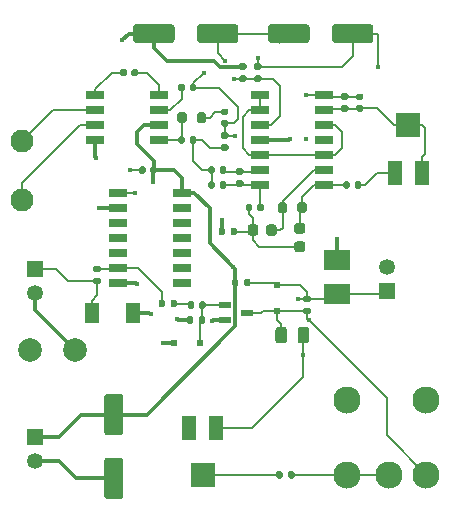
<source format=gbr>
%TF.GenerationSoftware,KiCad,Pcbnew,(5.1.8)-1*%
%TF.CreationDate,2021-02-07T14:07:47+00:00*%
%TF.ProjectId,Bat_Listner_JLCPCB,4261745f-4c69-4737-946e-65725f4a4c43,rev?*%
%TF.SameCoordinates,Original*%
%TF.FileFunction,Copper,L1,Top*%
%TF.FilePolarity,Positive*%
%FSLAX46Y46*%
G04 Gerber Fmt 4.6, Leading zero omitted, Abs format (unit mm)*
G04 Created by KiCad (PCBNEW (5.1.8)-1) date 2021-02-07 14:07:47*
%MOMM*%
%LPD*%
G01*
G04 APERTURE LIST*
%TA.AperFunction,SMDPad,CuDef*%
%ADD10R,1.525000X0.650000*%
%TD*%
%TA.AperFunction,SMDPad,CuDef*%
%ADD11R,2.300000X1.800000*%
%TD*%
%TA.AperFunction,SMDPad,CuDef*%
%ADD12R,1.300000X1.700000*%
%TD*%
%TA.AperFunction,SMDPad,CuDef*%
%ADD13R,0.500000X0.500000*%
%TD*%
%TA.AperFunction,SMDPad,CuDef*%
%ADD14R,1.000000X0.550000*%
%TD*%
%TA.AperFunction,ComponentPad*%
%ADD15C,2.000000*%
%TD*%
%TA.AperFunction,ComponentPad*%
%ADD16C,1.950000*%
%TD*%
%TA.AperFunction,ComponentPad*%
%ADD17C,1.350000*%
%TD*%
%TA.AperFunction,ComponentPad*%
%ADD18R,1.350000X1.350000*%
%TD*%
%TA.AperFunction,ComponentPad*%
%ADD19C,2.300000*%
%TD*%
%TA.AperFunction,SMDPad,CuDef*%
%ADD20R,1.300000X2.000000*%
%TD*%
%TA.AperFunction,SMDPad,CuDef*%
%ADD21R,2.000000X2.000000*%
%TD*%
%TA.AperFunction,ViaPad*%
%ADD22C,0.400000*%
%TD*%
%TA.AperFunction,Conductor*%
%ADD23C,0.150000*%
%TD*%
%TA.AperFunction,Conductor*%
%ADD24C,0.300000*%
%TD*%
G04 APERTURE END LIST*
D10*
%TO.P,AT1,8*%
%TO.N,Net-(AT1-Pad8)*%
X148127000Y-55245000D03*
%TO.P,AT1,7*%
%TO.N,Net-(AT1-Pad7)*%
X148127000Y-56515000D03*
%TO.P,AT1,6*%
%TO.N,+BATT*%
X148127000Y-57785000D03*
%TO.P,AT1,5*%
%TO.N,Net-(AT1-Pad5)*%
X148127000Y-59055000D03*
%TO.P,AT1,4*%
%TO.N,GND*%
X142703000Y-59055000D03*
%TO.P,AT1,3*%
%TO.N,Net-(AT1-Pad3)*%
X142703000Y-57785000D03*
%TO.P,AT1,2*%
%TO.N,Net-(AT1-Pad2)*%
X142703000Y-56515000D03*
%TO.P,AT1,1*%
%TO.N,Net-(AT1-Pad1)*%
X142703000Y-55245000D03*
%TD*%
%TO.P,C1,2*%
%TO.N,Net-(AT1-Pad1)*%
%TA.AperFunction,SMDPad,CuDef*%
G36*
G01*
X145370000Y-53170000D02*
X145370000Y-53510000D01*
G75*
G02*
X145230000Y-53650000I-140000J0D01*
G01*
X144950000Y-53650000D01*
G75*
G02*
X144810000Y-53510000I0J140000D01*
G01*
X144810000Y-53170000D01*
G75*
G02*
X144950000Y-53030000I140000J0D01*
G01*
X145230000Y-53030000D01*
G75*
G02*
X145370000Y-53170000I0J-140000D01*
G01*
G37*
%TD.AperFunction*%
%TO.P,C1,1*%
%TO.N,Net-(AT1-Pad8)*%
%TA.AperFunction,SMDPad,CuDef*%
G36*
G01*
X146330000Y-53170000D02*
X146330000Y-53510000D01*
G75*
G02*
X146190000Y-53650000I-140000J0D01*
G01*
X145910000Y-53650000D01*
G75*
G02*
X145770000Y-53510000I0J140000D01*
G01*
X145770000Y-53170000D01*
G75*
G02*
X145910000Y-53030000I140000J0D01*
G01*
X146190000Y-53030000D01*
G75*
G02*
X146330000Y-53170000I0J-140000D01*
G01*
G37*
%TD.AperFunction*%
%TD*%
%TO.P,C2,1*%
%TO.N,Net-(AT1-Pad7)*%
%TA.AperFunction,SMDPad,CuDef*%
G36*
G01*
X149735000Y-54780000D02*
X149735000Y-54440000D01*
G75*
G02*
X149875000Y-54300000I140000J0D01*
G01*
X150155000Y-54300000D01*
G75*
G02*
X150295000Y-54440000I0J-140000D01*
G01*
X150295000Y-54780000D01*
G75*
G02*
X150155000Y-54920000I-140000J0D01*
G01*
X149875000Y-54920000D01*
G75*
G02*
X149735000Y-54780000I0J140000D01*
G01*
G37*
%TD.AperFunction*%
%TO.P,C2,2*%
%TO.N,GND*%
%TA.AperFunction,SMDPad,CuDef*%
G36*
G01*
X150695000Y-54780000D02*
X150695000Y-54440000D01*
G75*
G02*
X150835000Y-54300000I140000J0D01*
G01*
X151115000Y-54300000D01*
G75*
G02*
X151255000Y-54440000I0J-140000D01*
G01*
X151255000Y-54780000D01*
G75*
G02*
X151115000Y-54920000I-140000J0D01*
G01*
X150835000Y-54920000D01*
G75*
G02*
X150695000Y-54780000I0J140000D01*
G01*
G37*
%TD.AperFunction*%
%TD*%
%TO.P,C3,2*%
%TO.N,GND*%
%TA.AperFunction,SMDPad,CuDef*%
G36*
G01*
X153500000Y-57350000D02*
X153840000Y-57350000D01*
G75*
G02*
X153980000Y-57490000I0J-140000D01*
G01*
X153980000Y-57770000D01*
G75*
G02*
X153840000Y-57910000I-140000J0D01*
G01*
X153500000Y-57910000D01*
G75*
G02*
X153360000Y-57770000I0J140000D01*
G01*
X153360000Y-57490000D01*
G75*
G02*
X153500000Y-57350000I140000J0D01*
G01*
G37*
%TD.AperFunction*%
%TO.P,C3,1*%
%TO.N,Net-(C3-Pad1)*%
%TA.AperFunction,SMDPad,CuDef*%
G36*
G01*
X153500000Y-56390000D02*
X153840000Y-56390000D01*
G75*
G02*
X153980000Y-56530000I0J-140000D01*
G01*
X153980000Y-56810000D01*
G75*
G02*
X153840000Y-56950000I-140000J0D01*
G01*
X153500000Y-56950000D01*
G75*
G02*
X153360000Y-56810000I0J140000D01*
G01*
X153360000Y-56530000D01*
G75*
G02*
X153500000Y-56390000I140000J0D01*
G01*
G37*
%TD.AperFunction*%
%TD*%
%TO.P,C5,1*%
%TO.N,+BATT*%
%TA.AperFunction,SMDPad,CuDef*%
G36*
G01*
X147925000Y-61425000D02*
X147925000Y-61765000D01*
G75*
G02*
X147785000Y-61905000I-140000J0D01*
G01*
X147505000Y-61905000D01*
G75*
G02*
X147365000Y-61765000I0J140000D01*
G01*
X147365000Y-61425000D01*
G75*
G02*
X147505000Y-61285000I140000J0D01*
G01*
X147785000Y-61285000D01*
G75*
G02*
X147925000Y-61425000I0J-140000D01*
G01*
G37*
%TD.AperFunction*%
%TO.P,C5,2*%
%TO.N,GND*%
%TA.AperFunction,SMDPad,CuDef*%
G36*
G01*
X146965000Y-61425000D02*
X146965000Y-61765000D01*
G75*
G02*
X146825000Y-61905000I-140000J0D01*
G01*
X146545000Y-61905000D01*
G75*
G02*
X146405000Y-61765000I0J140000D01*
G01*
X146405000Y-61425000D01*
G75*
G02*
X146545000Y-61285000I140000J0D01*
G01*
X146825000Y-61285000D01*
G75*
G02*
X146965000Y-61425000I0J-140000D01*
G01*
G37*
%TD.AperFunction*%
%TD*%
%TO.P,C6,1*%
%TO.N,Net-(AT1-Pad5)*%
%TA.AperFunction,SMDPad,CuDef*%
G36*
G01*
X149735000Y-59225000D02*
X149735000Y-58885000D01*
G75*
G02*
X149875000Y-58745000I140000J0D01*
G01*
X150155000Y-58745000D01*
G75*
G02*
X150295000Y-58885000I0J-140000D01*
G01*
X150295000Y-59225000D01*
G75*
G02*
X150155000Y-59365000I-140000J0D01*
G01*
X149875000Y-59365000D01*
G75*
G02*
X149735000Y-59225000I0J140000D01*
G01*
G37*
%TD.AperFunction*%
%TO.P,C6,2*%
%TO.N,Net-(C6-Pad2)*%
%TA.AperFunction,SMDPad,CuDef*%
G36*
G01*
X150695000Y-59225000D02*
X150695000Y-58885000D01*
G75*
G02*
X150835000Y-58745000I140000J0D01*
G01*
X151115000Y-58745000D01*
G75*
G02*
X151255000Y-58885000I0J-140000D01*
G01*
X151255000Y-59225000D01*
G75*
G02*
X151115000Y-59365000I-140000J0D01*
G01*
X150835000Y-59365000D01*
G75*
G02*
X150695000Y-59225000I0J140000D01*
G01*
G37*
%TD.AperFunction*%
%TD*%
%TO.P,C7,2*%
%TO.N,Net-(C7-Pad2)*%
%TA.AperFunction,SMDPad,CuDef*%
G36*
G01*
X151485000Y-73195000D02*
X151485000Y-72855000D01*
G75*
G02*
X151625000Y-72715000I140000J0D01*
G01*
X151905000Y-72715000D01*
G75*
G02*
X152045000Y-72855000I0J-140000D01*
G01*
X152045000Y-73195000D01*
G75*
G02*
X151905000Y-73335000I-140000J0D01*
G01*
X151625000Y-73335000D01*
G75*
G02*
X151485000Y-73195000I0J140000D01*
G01*
G37*
%TD.AperFunction*%
%TO.P,C7,1*%
%TO.N,Net-(C7-Pad1)*%
%TA.AperFunction,SMDPad,CuDef*%
G36*
G01*
X150525000Y-73195000D02*
X150525000Y-72855000D01*
G75*
G02*
X150665000Y-72715000I140000J0D01*
G01*
X150945000Y-72715000D01*
G75*
G02*
X151085000Y-72855000I0J-140000D01*
G01*
X151085000Y-73195000D01*
G75*
G02*
X150945000Y-73335000I-140000J0D01*
G01*
X150665000Y-73335000D01*
G75*
G02*
X150525000Y-73195000I0J140000D01*
G01*
G37*
%TD.AperFunction*%
%TD*%
%TO.P,C8,2*%
%TO.N,Net-(C6-Pad2)*%
%TA.AperFunction,SMDPad,CuDef*%
G36*
G01*
X152835000Y-61425000D02*
X152835000Y-61765000D01*
G75*
G02*
X152695000Y-61905000I-140000J0D01*
G01*
X152415000Y-61905000D01*
G75*
G02*
X152275000Y-61765000I0J140000D01*
G01*
X152275000Y-61425000D01*
G75*
G02*
X152415000Y-61285000I140000J0D01*
G01*
X152695000Y-61285000D01*
G75*
G02*
X152835000Y-61425000I0J-140000D01*
G01*
G37*
%TD.AperFunction*%
%TO.P,C8,1*%
%TO.N,6*%
%TA.AperFunction,SMDPad,CuDef*%
G36*
G01*
X153795000Y-61425000D02*
X153795000Y-61765000D01*
G75*
G02*
X153655000Y-61905000I-140000J0D01*
G01*
X153375000Y-61905000D01*
G75*
G02*
X153235000Y-61765000I0J140000D01*
G01*
X153235000Y-61425000D01*
G75*
G02*
X153375000Y-61285000I140000J0D01*
G01*
X153655000Y-61285000D01*
G75*
G02*
X153795000Y-61425000I0J-140000D01*
G01*
G37*
%TD.AperFunction*%
%TD*%
%TO.P,C9,1*%
%TO.N,Net-(C6-Pad2)*%
%TA.AperFunction,SMDPad,CuDef*%
G36*
G01*
X152275000Y-63035000D02*
X152275000Y-62695000D01*
G75*
G02*
X152415000Y-62555000I140000J0D01*
G01*
X152695000Y-62555000D01*
G75*
G02*
X152835000Y-62695000I0J-140000D01*
G01*
X152835000Y-63035000D01*
G75*
G02*
X152695000Y-63175000I-140000J0D01*
G01*
X152415000Y-63175000D01*
G75*
G02*
X152275000Y-63035000I0J140000D01*
G01*
G37*
%TD.AperFunction*%
%TO.P,C9,2*%
%TO.N,7*%
%TA.AperFunction,SMDPad,CuDef*%
G36*
G01*
X153235000Y-63035000D02*
X153235000Y-62695000D01*
G75*
G02*
X153375000Y-62555000I140000J0D01*
G01*
X153655000Y-62555000D01*
G75*
G02*
X153795000Y-62695000I0J-140000D01*
G01*
X153795000Y-63035000D01*
G75*
G02*
X153655000Y-63175000I-140000J0D01*
G01*
X153375000Y-63175000D01*
G75*
G02*
X153235000Y-63035000I0J140000D01*
G01*
G37*
%TD.AperFunction*%
%TD*%
%TO.P,C10,2*%
%TO.N,Net-(C10-Pad2)*%
%TA.AperFunction,SMDPad,CuDef*%
G36*
G01*
X156010000Y-64600000D02*
X156010000Y-64940000D01*
G75*
G02*
X155870000Y-65080000I-140000J0D01*
G01*
X155590000Y-65080000D01*
G75*
G02*
X155450000Y-64940000I0J140000D01*
G01*
X155450000Y-64600000D01*
G75*
G02*
X155590000Y-64460000I140000J0D01*
G01*
X155870000Y-64460000D01*
G75*
G02*
X156010000Y-64600000I0J-140000D01*
G01*
G37*
%TD.AperFunction*%
%TO.P,C10,1*%
%TO.N,7*%
%TA.AperFunction,SMDPad,CuDef*%
G36*
G01*
X156970000Y-64600000D02*
X156970000Y-64940000D01*
G75*
G02*
X156830000Y-65080000I-140000J0D01*
G01*
X156550000Y-65080000D01*
G75*
G02*
X156410000Y-64940000I0J140000D01*
G01*
X156410000Y-64600000D01*
G75*
G02*
X156550000Y-64460000I140000J0D01*
G01*
X156830000Y-64460000D01*
G75*
G02*
X156970000Y-64600000I0J-140000D01*
G01*
G37*
%TD.AperFunction*%
%TD*%
%TO.P,C11,1*%
%TO.N,Net-(C10-Pad2)*%
%TA.AperFunction,SMDPad,CuDef*%
G36*
G01*
X155620000Y-66925000D02*
X155620000Y-66425000D01*
G75*
G02*
X155845000Y-66200000I225000J0D01*
G01*
X156295000Y-66200000D01*
G75*
G02*
X156520000Y-66425000I0J-225000D01*
G01*
X156520000Y-66925000D01*
G75*
G02*
X156295000Y-67150000I-225000J0D01*
G01*
X155845000Y-67150000D01*
G75*
G02*
X155620000Y-66925000I0J225000D01*
G01*
G37*
%TD.AperFunction*%
%TO.P,C11,2*%
%TO.N,9*%
%TA.AperFunction,SMDPad,CuDef*%
G36*
G01*
X157170000Y-66925000D02*
X157170000Y-66425000D01*
G75*
G02*
X157395000Y-66200000I225000J0D01*
G01*
X157845000Y-66200000D01*
G75*
G02*
X158070000Y-66425000I0J-225000D01*
G01*
X158070000Y-66925000D01*
G75*
G02*
X157845000Y-67150000I-225000J0D01*
G01*
X157395000Y-67150000D01*
G75*
G02*
X157170000Y-66925000I0J225000D01*
G01*
G37*
%TD.AperFunction*%
%TD*%
%TO.P,C12,2*%
%TO.N,8*%
%TA.AperFunction,SMDPad,CuDef*%
G36*
G01*
X160270000Y-66985000D02*
X159770000Y-66985000D01*
G75*
G02*
X159545000Y-66760000I0J225000D01*
G01*
X159545000Y-66310000D01*
G75*
G02*
X159770000Y-66085000I225000J0D01*
G01*
X160270000Y-66085000D01*
G75*
G02*
X160495000Y-66310000I0J-225000D01*
G01*
X160495000Y-66760000D01*
G75*
G02*
X160270000Y-66985000I-225000J0D01*
G01*
G37*
%TD.AperFunction*%
%TO.P,C12,1*%
%TO.N,Net-(C10-Pad2)*%
%TA.AperFunction,SMDPad,CuDef*%
G36*
G01*
X160270000Y-68535000D02*
X159770000Y-68535000D01*
G75*
G02*
X159545000Y-68310000I0J225000D01*
G01*
X159545000Y-67860000D01*
G75*
G02*
X159770000Y-67635000I225000J0D01*
G01*
X160270000Y-67635000D01*
G75*
G02*
X160495000Y-67860000I0J-225000D01*
G01*
X160495000Y-68310000D01*
G75*
G02*
X160270000Y-68535000I-225000J0D01*
G01*
G37*
%TD.AperFunction*%
%TD*%
%TO.P,C13,2*%
%TO.N,Net-(C13-Pad2)*%
%TA.AperFunction,SMDPad,CuDef*%
G36*
G01*
X164665000Y-63035000D02*
X164665000Y-62695000D01*
G75*
G02*
X164805000Y-62555000I140000J0D01*
G01*
X165085000Y-62555000D01*
G75*
G02*
X165225000Y-62695000I0J-140000D01*
G01*
X165225000Y-63035000D01*
G75*
G02*
X165085000Y-63175000I-140000J0D01*
G01*
X164805000Y-63175000D01*
G75*
G02*
X164665000Y-63035000I0J140000D01*
G01*
G37*
%TD.AperFunction*%
%TO.P,C13,1*%
%TO.N,8*%
%TA.AperFunction,SMDPad,CuDef*%
G36*
G01*
X163705000Y-63035000D02*
X163705000Y-62695000D01*
G75*
G02*
X163845000Y-62555000I140000J0D01*
G01*
X164125000Y-62555000D01*
G75*
G02*
X164265000Y-62695000I0J-140000D01*
G01*
X164265000Y-63035000D01*
G75*
G02*
X164125000Y-63175000I-140000J0D01*
G01*
X163845000Y-63175000D01*
G75*
G02*
X163705000Y-63035000I0J140000D01*
G01*
G37*
%TD.AperFunction*%
%TD*%
D11*
%TO.P,C14,1*%
%TO.N,Net-(C14-Pad1)*%
X163195000Y-72115000D03*
%TO.P,C14,2*%
%TO.N,GND*%
X163195000Y-69215000D03*
%TD*%
%TO.P,C15,1*%
%TO.N,13*%
%TA.AperFunction,SMDPad,CuDef*%
G36*
G01*
X165270000Y-56640000D02*
X164930000Y-56640000D01*
G75*
G02*
X164790000Y-56500000I0J140000D01*
G01*
X164790000Y-56220000D01*
G75*
G02*
X164930000Y-56080000I140000J0D01*
G01*
X165270000Y-56080000D01*
G75*
G02*
X165410000Y-56220000I0J-140000D01*
G01*
X165410000Y-56500000D01*
G75*
G02*
X165270000Y-56640000I-140000J0D01*
G01*
G37*
%TD.AperFunction*%
%TO.P,C15,2*%
%TO.N,14*%
%TA.AperFunction,SMDPad,CuDef*%
G36*
G01*
X165270000Y-55680000D02*
X164930000Y-55680000D01*
G75*
G02*
X164790000Y-55540000I0J140000D01*
G01*
X164790000Y-55260000D01*
G75*
G02*
X164930000Y-55120000I140000J0D01*
G01*
X165270000Y-55120000D01*
G75*
G02*
X165410000Y-55260000I0J-140000D01*
G01*
X165410000Y-55540000D01*
G75*
G02*
X165270000Y-55680000I-140000J0D01*
G01*
G37*
%TD.AperFunction*%
%TD*%
D12*
%TO.P,D1,1*%
%TO.N,Net-(D1-Pad1)*%
X142395000Y-73660000D03*
%TO.P,D1,2*%
%TO.N,GND*%
X145895000Y-73660000D03*
%TD*%
D13*
%TO.P,D2,1*%
%TO.N,Net-(C7-Pad2)*%
X151595000Y-76200000D03*
%TO.P,D2,2*%
%TO.N,GND*%
X149395000Y-76200000D03*
%TD*%
%TO.P,D3,2*%
%TO.N,Net-(D3-Pad2)*%
X158115000Y-73490000D03*
%TO.P,D3,1*%
%TO.N,Net-(C14-Pad1)*%
X158115000Y-71290000D03*
%TD*%
%TO.P,D4,1*%
%TO.N,Net-(D3-Pad2)*%
%TA.AperFunction,SMDPad,CuDef*%
G36*
G01*
X157960000Y-76021250D02*
X157960000Y-75108750D01*
G75*
G02*
X158203750Y-74865000I243750J0D01*
G01*
X158691250Y-74865000D01*
G75*
G02*
X158935000Y-75108750I0J-243750D01*
G01*
X158935000Y-76021250D01*
G75*
G02*
X158691250Y-76265000I-243750J0D01*
G01*
X158203750Y-76265000D01*
G75*
G02*
X157960000Y-76021250I0J243750D01*
G01*
G37*
%TD.AperFunction*%
%TO.P,D4,2*%
%TO.N,Net-(C14-Pad1)*%
%TA.AperFunction,SMDPad,CuDef*%
G36*
G01*
X159835000Y-76021250D02*
X159835000Y-75108750D01*
G75*
G02*
X160078750Y-74865000I243750J0D01*
G01*
X160566250Y-74865000D01*
G75*
G02*
X160810000Y-75108750I0J-243750D01*
G01*
X160810000Y-76021250D01*
G75*
G02*
X160566250Y-76265000I-243750J0D01*
G01*
X160078750Y-76265000D01*
G75*
G02*
X159835000Y-76021250I0J243750D01*
G01*
G37*
%TD.AperFunction*%
%TD*%
D10*
%TO.P,IC1,1*%
%TO.N,14*%
X144608000Y-63500000D03*
%TO.P,IC1,2*%
%TO.N,GND*%
X144608000Y-64770000D03*
%TO.P,IC1,3*%
%TO.N,N/C*%
X144608000Y-66040000D03*
%TO.P,IC1,4*%
X144608000Y-67310000D03*
%TO.P,IC1,5*%
X144608000Y-68580000D03*
%TO.P,IC1,6*%
%TO.N,Net-(IC1-Pad6)*%
X144608000Y-69850000D03*
%TO.P,IC1,7*%
%TO.N,GND*%
X144608000Y-71120000D03*
%TO.P,IC1,8*%
%TO.N,N/C*%
X150032000Y-71120000D03*
%TO.P,IC1,9*%
X150032000Y-69850000D03*
%TO.P,IC1,10*%
X150032000Y-68580000D03*
%TO.P,IC1,11*%
X150032000Y-67310000D03*
%TO.P,IC1,12*%
X150032000Y-66040000D03*
%TO.P,IC1,13*%
X150032000Y-64770000D03*
%TO.P,IC1,14*%
%TO.N,+BATT*%
X150032000Y-63500000D03*
%TD*%
%TO.P,IC2,14*%
%TO.N,14*%
X162097000Y-55245000D03*
%TO.P,IC2,13*%
%TO.N,13*%
X162097000Y-56515000D03*
%TO.P,IC2,12*%
%TO.N,1*%
X162097000Y-57785000D03*
%TO.P,IC2,11*%
%TO.N,N/C*%
X162097000Y-59055000D03*
%TO.P,IC2,10*%
%TO.N,1*%
X162097000Y-60325000D03*
%TO.P,IC2,9*%
%TO.N,9*%
X162097000Y-61595000D03*
%TO.P,IC2,8*%
%TO.N,8*%
X162097000Y-62865000D03*
%TO.P,IC2,7*%
%TO.N,7*%
X156673000Y-62865000D03*
%TO.P,IC2,6*%
%TO.N,6*%
X156673000Y-61595000D03*
%TO.P,IC2,5*%
%TO.N,1*%
X156673000Y-60325000D03*
%TO.P,IC2,4*%
%TO.N,+BATT*%
X156673000Y-59055000D03*
%TO.P,IC2,3*%
%TO.N,3*%
X156673000Y-57785000D03*
%TO.P,IC2,2*%
%TO.N,1*%
X156673000Y-56515000D03*
%TO.P,IC2,1*%
X156673000Y-55245000D03*
%TD*%
D14*
%TO.P,Q1,1*%
%TO.N,Net-(C7-Pad2)*%
X153675000Y-73010000D03*
%TO.P,Q1,2*%
%TO.N,GND*%
X153675000Y-74310000D03*
%TO.P,Q1,3*%
%TO.N,Net-(D3-Pad2)*%
X155575000Y-73660000D03*
%TD*%
%TO.P,R1,1*%
%TO.N,Net-(IC1-Pad6)*%
%TA.AperFunction,SMDPad,CuDef*%
G36*
G01*
X142690000Y-69705000D02*
X143060000Y-69705000D01*
G75*
G02*
X143195000Y-69840000I0J-135000D01*
G01*
X143195000Y-70110000D01*
G75*
G02*
X143060000Y-70245000I-135000J0D01*
G01*
X142690000Y-70245000D01*
G75*
G02*
X142555000Y-70110000I0J135000D01*
G01*
X142555000Y-69840000D01*
G75*
G02*
X142690000Y-69705000I135000J0D01*
G01*
G37*
%TD.AperFunction*%
%TO.P,R1,2*%
%TO.N,Net-(D1-Pad1)*%
%TA.AperFunction,SMDPad,CuDef*%
G36*
G01*
X142690000Y-70725000D02*
X143060000Y-70725000D01*
G75*
G02*
X143195000Y-70860000I0J-135000D01*
G01*
X143195000Y-71130000D01*
G75*
G02*
X143060000Y-71265000I-135000J0D01*
G01*
X142690000Y-71265000D01*
G75*
G02*
X142555000Y-71130000I0J135000D01*
G01*
X142555000Y-70860000D01*
G75*
G02*
X142690000Y-70725000I135000J0D01*
G01*
G37*
%TD.AperFunction*%
%TD*%
%TO.P,R2,1*%
%TO.N,Net-(AT1-Pad5)*%
%TA.AperFunction,SMDPad,CuDef*%
G36*
G01*
X149651000Y-57425000D02*
X149651000Y-56875000D01*
G75*
G02*
X149851000Y-56675000I200000J0D01*
G01*
X150251000Y-56675000D01*
G75*
G02*
X150451000Y-56875000I0J-200000D01*
G01*
X150451000Y-57425000D01*
G75*
G02*
X150251000Y-57625000I-200000J0D01*
G01*
X149851000Y-57625000D01*
G75*
G02*
X149651000Y-57425000I0J200000D01*
G01*
G37*
%TD.AperFunction*%
%TO.P,R2,2*%
%TO.N,Net-(C3-Pad1)*%
%TA.AperFunction,SMDPad,CuDef*%
G36*
G01*
X151301000Y-57425000D02*
X151301000Y-56875000D01*
G75*
G02*
X151501000Y-56675000I200000J0D01*
G01*
X151901000Y-56675000D01*
G75*
G02*
X152101000Y-56875000I0J-200000D01*
G01*
X152101000Y-57425000D01*
G75*
G02*
X151901000Y-57625000I-200000J0D01*
G01*
X151501000Y-57625000D01*
G75*
G02*
X151301000Y-57425000I0J200000D01*
G01*
G37*
%TD.AperFunction*%
%TD*%
%TO.P,R3,2*%
%TO.N,Net-(C7-Pad1)*%
%TA.AperFunction,SMDPad,CuDef*%
G36*
G01*
X149084000Y-73083000D02*
X149084000Y-72713000D01*
G75*
G02*
X149219000Y-72578000I135000J0D01*
G01*
X149489000Y-72578000D01*
G75*
G02*
X149624000Y-72713000I0J-135000D01*
G01*
X149624000Y-73083000D01*
G75*
G02*
X149489000Y-73218000I-135000J0D01*
G01*
X149219000Y-73218000D01*
G75*
G02*
X149084000Y-73083000I0J135000D01*
G01*
G37*
%TD.AperFunction*%
%TO.P,R3,1*%
%TO.N,Net-(IC1-Pad6)*%
%TA.AperFunction,SMDPad,CuDef*%
G36*
G01*
X148064000Y-73083000D02*
X148064000Y-72713000D01*
G75*
G02*
X148199000Y-72578000I135000J0D01*
G01*
X148469000Y-72578000D01*
G75*
G02*
X148604000Y-72713000I0J-135000D01*
G01*
X148604000Y-73083000D01*
G75*
G02*
X148469000Y-73218000I-135000J0D01*
G01*
X148199000Y-73218000D01*
G75*
G02*
X148064000Y-73083000I0J135000D01*
G01*
G37*
%TD.AperFunction*%
%TD*%
%TO.P,R4,2*%
%TO.N,GND*%
%TA.AperFunction,SMDPad,CuDef*%
G36*
G01*
X153855000Y-58940000D02*
X153485000Y-58940000D01*
G75*
G02*
X153350000Y-58805000I0J135000D01*
G01*
X153350000Y-58535000D01*
G75*
G02*
X153485000Y-58400000I135000J0D01*
G01*
X153855000Y-58400000D01*
G75*
G02*
X153990000Y-58535000I0J-135000D01*
G01*
X153990000Y-58805000D01*
G75*
G02*
X153855000Y-58940000I-135000J0D01*
G01*
G37*
%TD.AperFunction*%
%TO.P,R4,1*%
%TO.N,Net-(C6-Pad2)*%
%TA.AperFunction,SMDPad,CuDef*%
G36*
G01*
X153855000Y-59960000D02*
X153485000Y-59960000D01*
G75*
G02*
X153350000Y-59825000I0J135000D01*
G01*
X153350000Y-59555000D01*
G75*
G02*
X153485000Y-59420000I135000J0D01*
G01*
X153855000Y-59420000D01*
G75*
G02*
X153990000Y-59555000I0J-135000D01*
G01*
X153990000Y-59825000D01*
G75*
G02*
X153855000Y-59960000I-135000J0D01*
G01*
G37*
%TD.AperFunction*%
%TD*%
%TO.P,R5,2*%
%TO.N,GND*%
%TA.AperFunction,SMDPad,CuDef*%
G36*
G01*
X151015000Y-74110000D02*
X151015000Y-74480000D01*
G75*
G02*
X150880000Y-74615000I-135000J0D01*
G01*
X150610000Y-74615000D01*
G75*
G02*
X150475000Y-74480000I0J135000D01*
G01*
X150475000Y-74110000D01*
G75*
G02*
X150610000Y-73975000I135000J0D01*
G01*
X150880000Y-73975000D01*
G75*
G02*
X151015000Y-74110000I0J-135000D01*
G01*
G37*
%TD.AperFunction*%
%TO.P,R5,1*%
%TO.N,Net-(C7-Pad2)*%
%TA.AperFunction,SMDPad,CuDef*%
G36*
G01*
X152035000Y-74110000D02*
X152035000Y-74480000D01*
G75*
G02*
X151900000Y-74615000I-135000J0D01*
G01*
X151630000Y-74615000D01*
G75*
G02*
X151495000Y-74480000I0J135000D01*
G01*
X151495000Y-74110000D01*
G75*
G02*
X151630000Y-73975000I135000J0D01*
G01*
X151900000Y-73975000D01*
G75*
G02*
X152035000Y-74110000I0J-135000D01*
G01*
G37*
%TD.AperFunction*%
%TD*%
%TO.P,R6,1*%
%TO.N,7*%
%TA.AperFunction,SMDPad,CuDef*%
G36*
G01*
X155125000Y-63010000D02*
X154755000Y-63010000D01*
G75*
G02*
X154620000Y-62875000I0J135000D01*
G01*
X154620000Y-62605000D01*
G75*
G02*
X154755000Y-62470000I135000J0D01*
G01*
X155125000Y-62470000D01*
G75*
G02*
X155260000Y-62605000I0J-135000D01*
G01*
X155260000Y-62875000D01*
G75*
G02*
X155125000Y-63010000I-135000J0D01*
G01*
G37*
%TD.AperFunction*%
%TO.P,R6,2*%
%TO.N,6*%
%TA.AperFunction,SMDPad,CuDef*%
G36*
G01*
X155125000Y-61990000D02*
X154755000Y-61990000D01*
G75*
G02*
X154620000Y-61855000I0J135000D01*
G01*
X154620000Y-61585000D01*
G75*
G02*
X154755000Y-61450000I135000J0D01*
G01*
X155125000Y-61450000D01*
G75*
G02*
X155260000Y-61585000I0J-135000D01*
G01*
X155260000Y-61855000D01*
G75*
G02*
X155125000Y-61990000I-135000J0D01*
G01*
G37*
%TD.AperFunction*%
%TD*%
%TO.P,R7,1*%
%TO.N,Net-(C10-Pad2)*%
%TA.AperFunction,SMDPad,CuDef*%
G36*
G01*
X154702000Y-66617000D02*
X154702000Y-66987000D01*
G75*
G02*
X154567000Y-67122000I-135000J0D01*
G01*
X154297000Y-67122000D01*
G75*
G02*
X154162000Y-66987000I0J135000D01*
G01*
X154162000Y-66617000D01*
G75*
G02*
X154297000Y-66482000I135000J0D01*
G01*
X154567000Y-66482000D01*
G75*
G02*
X154702000Y-66617000I0J-135000D01*
G01*
G37*
%TD.AperFunction*%
%TO.P,R7,2*%
%TO.N,GND*%
%TA.AperFunction,SMDPad,CuDef*%
G36*
G01*
X153682000Y-66617000D02*
X153682000Y-66987000D01*
G75*
G02*
X153547000Y-67122000I-135000J0D01*
G01*
X153277000Y-67122000D01*
G75*
G02*
X153142000Y-66987000I0J135000D01*
G01*
X153142000Y-66617000D01*
G75*
G02*
X153277000Y-66482000I135000J0D01*
G01*
X153547000Y-66482000D01*
G75*
G02*
X153682000Y-66617000I0J-135000D01*
G01*
G37*
%TD.AperFunction*%
%TD*%
%TO.P,R8,2*%
%TO.N,8*%
%TA.AperFunction,SMDPad,CuDef*%
G36*
G01*
X159810000Y-65045000D02*
X159810000Y-64495000D01*
G75*
G02*
X160010000Y-64295000I200000J0D01*
G01*
X160410000Y-64295000D01*
G75*
G02*
X160610000Y-64495000I0J-200000D01*
G01*
X160610000Y-65045000D01*
G75*
G02*
X160410000Y-65245000I-200000J0D01*
G01*
X160010000Y-65245000D01*
G75*
G02*
X159810000Y-65045000I0J200000D01*
G01*
G37*
%TD.AperFunction*%
%TO.P,R8,1*%
%TO.N,9*%
%TA.AperFunction,SMDPad,CuDef*%
G36*
G01*
X158160000Y-65045000D02*
X158160000Y-64495000D01*
G75*
G02*
X158360000Y-64295000I200000J0D01*
G01*
X158760000Y-64295000D01*
G75*
G02*
X158960000Y-64495000I0J-200000D01*
G01*
X158960000Y-65045000D01*
G75*
G02*
X158760000Y-65245000I-200000J0D01*
G01*
X158360000Y-65245000D01*
G75*
G02*
X158160000Y-65045000I0J200000D01*
G01*
G37*
%TD.AperFunction*%
%TD*%
%TO.P,R9,1*%
%TO.N,+BATT*%
%TA.AperFunction,SMDPad,CuDef*%
G36*
G01*
X154285000Y-71305000D02*
X154285000Y-70935000D01*
G75*
G02*
X154420000Y-70800000I135000J0D01*
G01*
X154690000Y-70800000D01*
G75*
G02*
X154825000Y-70935000I0J-135000D01*
G01*
X154825000Y-71305000D01*
G75*
G02*
X154690000Y-71440000I-135000J0D01*
G01*
X154420000Y-71440000D01*
G75*
G02*
X154285000Y-71305000I0J135000D01*
G01*
G37*
%TD.AperFunction*%
%TO.P,R9,2*%
%TO.N,Net-(C14-Pad1)*%
%TA.AperFunction,SMDPad,CuDef*%
G36*
G01*
X155305000Y-71305000D02*
X155305000Y-70935000D01*
G75*
G02*
X155440000Y-70800000I135000J0D01*
G01*
X155710000Y-70800000D01*
G75*
G02*
X155845000Y-70935000I0J-135000D01*
G01*
X155845000Y-71305000D01*
G75*
G02*
X155710000Y-71440000I-135000J0D01*
G01*
X155440000Y-71440000D01*
G75*
G02*
X155305000Y-71305000I0J135000D01*
G01*
G37*
%TD.AperFunction*%
%TD*%
%TO.P,R10,1*%
%TO.N,Net-(C14-Pad1)*%
%TA.AperFunction,SMDPad,CuDef*%
G36*
G01*
X160470000Y-72245000D02*
X160840000Y-72245000D01*
G75*
G02*
X160975000Y-72380000I0J-135000D01*
G01*
X160975000Y-72650000D01*
G75*
G02*
X160840000Y-72785000I-135000J0D01*
G01*
X160470000Y-72785000D01*
G75*
G02*
X160335000Y-72650000I0J135000D01*
G01*
X160335000Y-72380000D01*
G75*
G02*
X160470000Y-72245000I135000J0D01*
G01*
G37*
%TD.AperFunction*%
%TO.P,R10,2*%
%TO.N,Net-(D3-Pad2)*%
%TA.AperFunction,SMDPad,CuDef*%
G36*
G01*
X160470000Y-73265000D02*
X160840000Y-73265000D01*
G75*
G02*
X160975000Y-73400000I0J-135000D01*
G01*
X160975000Y-73670000D01*
G75*
G02*
X160840000Y-73805000I-135000J0D01*
G01*
X160470000Y-73805000D01*
G75*
G02*
X160335000Y-73670000I0J135000D01*
G01*
X160335000Y-73400000D01*
G75*
G02*
X160470000Y-73265000I135000J0D01*
G01*
G37*
%TD.AperFunction*%
%TD*%
%TO.P,R11,2*%
%TO.N,Net-(J3-PadA1)*%
%TA.AperFunction,SMDPad,CuDef*%
G36*
G01*
X159040000Y-87585000D02*
X159040000Y-87215000D01*
G75*
G02*
X159175000Y-87080000I135000J0D01*
G01*
X159445000Y-87080000D01*
G75*
G02*
X159580000Y-87215000I0J-135000D01*
G01*
X159580000Y-87585000D01*
G75*
G02*
X159445000Y-87720000I-135000J0D01*
G01*
X159175000Y-87720000D01*
G75*
G02*
X159040000Y-87585000I0J135000D01*
G01*
G37*
%TD.AperFunction*%
%TO.P,R11,1*%
%TO.N,Net-(R11-Pad1)*%
%TA.AperFunction,SMDPad,CuDef*%
G36*
G01*
X158020000Y-87585000D02*
X158020000Y-87215000D01*
G75*
G02*
X158155000Y-87080000I135000J0D01*
G01*
X158425000Y-87080000D01*
G75*
G02*
X158560000Y-87215000I0J-135000D01*
G01*
X158560000Y-87585000D01*
G75*
G02*
X158425000Y-87720000I-135000J0D01*
G01*
X158155000Y-87720000D01*
G75*
G02*
X158020000Y-87585000I0J135000D01*
G01*
G37*
%TD.AperFunction*%
%TD*%
%TO.P,R12,2*%
%TO.N,13*%
%TA.AperFunction,SMDPad,CuDef*%
G36*
G01*
X163645000Y-56120000D02*
X164015000Y-56120000D01*
G75*
G02*
X164150000Y-56255000I0J-135000D01*
G01*
X164150000Y-56525000D01*
G75*
G02*
X164015000Y-56660000I-135000J0D01*
G01*
X163645000Y-56660000D01*
G75*
G02*
X163510000Y-56525000I0J135000D01*
G01*
X163510000Y-56255000D01*
G75*
G02*
X163645000Y-56120000I135000J0D01*
G01*
G37*
%TD.AperFunction*%
%TO.P,R12,1*%
%TO.N,14*%
%TA.AperFunction,SMDPad,CuDef*%
G36*
G01*
X163645000Y-55100000D02*
X164015000Y-55100000D01*
G75*
G02*
X164150000Y-55235000I0J-135000D01*
G01*
X164150000Y-55505000D01*
G75*
G02*
X164015000Y-55640000I-135000J0D01*
G01*
X163645000Y-55640000D01*
G75*
G02*
X163510000Y-55505000I0J135000D01*
G01*
X163510000Y-55235000D01*
G75*
G02*
X163645000Y-55100000I135000J0D01*
G01*
G37*
%TD.AperFunction*%
%TD*%
D15*
%TO.P,GND,1*%
%TO.N,GND*%
X140970000Y-76835000D03*
%TD*%
%TO.P,BATT,1*%
%TO.N,+BATT*%
X137160000Y-76835000D03*
%TD*%
D16*
%TO.P,IC3,1*%
%TO.N,Net-(AT1-Pad2)*%
X136525000Y-59095000D03*
%TO.P,IC3,2*%
%TO.N,Net-(AT1-Pad3)*%
X136525000Y-64095000D03*
%TD*%
%TO.P,C4,1*%
%TO.N,+BATT*%
%TA.AperFunction,SMDPad,CuDef*%
G36*
G01*
X145918000Y-50588000D02*
X145918000Y-49488000D01*
G75*
G02*
X146168000Y-49238000I250000J0D01*
G01*
X149168000Y-49238000D01*
G75*
G02*
X149418000Y-49488000I0J-250000D01*
G01*
X149418000Y-50588000D01*
G75*
G02*
X149168000Y-50838000I-250000J0D01*
G01*
X146168000Y-50838000D01*
G75*
G02*
X145918000Y-50588000I0J250000D01*
G01*
G37*
%TD.AperFunction*%
%TO.P,C4,2*%
%TO.N,3*%
%TA.AperFunction,SMDPad,CuDef*%
G36*
G01*
X151318000Y-50588000D02*
X151318000Y-49488000D01*
G75*
G02*
X151568000Y-49238000I250000J0D01*
G01*
X154568000Y-49238000D01*
G75*
G02*
X154818000Y-49488000I0J-250000D01*
G01*
X154818000Y-50588000D01*
G75*
G02*
X154568000Y-50838000I-250000J0D01*
G01*
X151568000Y-50838000D01*
G75*
G02*
X151318000Y-50588000I0J250000D01*
G01*
G37*
%TD.AperFunction*%
%TD*%
%TO.P,C17,2*%
%TO.N,GND*%
%TA.AperFunction,SMDPad,CuDef*%
G36*
G01*
X162748000Y-50588000D02*
X162748000Y-49488000D01*
G75*
G02*
X162998000Y-49238000I250000J0D01*
G01*
X165998000Y-49238000D01*
G75*
G02*
X166248000Y-49488000I0J-250000D01*
G01*
X166248000Y-50588000D01*
G75*
G02*
X165998000Y-50838000I-250000J0D01*
G01*
X162998000Y-50838000D01*
G75*
G02*
X162748000Y-50588000I0J250000D01*
G01*
G37*
%TD.AperFunction*%
%TO.P,C17,1*%
%TO.N,3*%
%TA.AperFunction,SMDPad,CuDef*%
G36*
G01*
X157348000Y-50588000D02*
X157348000Y-49488000D01*
G75*
G02*
X157598000Y-49238000I250000J0D01*
G01*
X160598000Y-49238000D01*
G75*
G02*
X160848000Y-49488000I0J-250000D01*
G01*
X160848000Y-50588000D01*
G75*
G02*
X160598000Y-50838000I-250000J0D01*
G01*
X157598000Y-50838000D01*
G75*
G02*
X157348000Y-50588000I0J250000D01*
G01*
G37*
%TD.AperFunction*%
%TD*%
%TO.P,C18,1*%
%TO.N,+BATT*%
%TA.AperFunction,SMDPad,CuDef*%
G36*
G01*
X143722000Y-80546000D02*
X144822000Y-80546000D01*
G75*
G02*
X145072000Y-80796000I0J-250000D01*
G01*
X145072000Y-83796000D01*
G75*
G02*
X144822000Y-84046000I-250000J0D01*
G01*
X143722000Y-84046000D01*
G75*
G02*
X143472000Y-83796000I0J250000D01*
G01*
X143472000Y-80796000D01*
G75*
G02*
X143722000Y-80546000I250000J0D01*
G01*
G37*
%TD.AperFunction*%
%TO.P,C18,2*%
%TO.N,GND*%
%TA.AperFunction,SMDPad,CuDef*%
G36*
G01*
X143722000Y-85946000D02*
X144822000Y-85946000D01*
G75*
G02*
X145072000Y-86196000I0J-250000D01*
G01*
X145072000Y-89196000D01*
G75*
G02*
X144822000Y-89446000I-250000J0D01*
G01*
X143722000Y-89446000D01*
G75*
G02*
X143472000Y-89196000I0J250000D01*
G01*
X143472000Y-86196000D01*
G75*
G02*
X143722000Y-85946000I250000J0D01*
G01*
G37*
%TD.AperFunction*%
%TD*%
%TO.P,R13,2*%
%TO.N,3*%
%TA.AperFunction,SMDPad,CuDef*%
G36*
G01*
X155009000Y-53582000D02*
X155379000Y-53582000D01*
G75*
G02*
X155514000Y-53717000I0J-135000D01*
G01*
X155514000Y-53987000D01*
G75*
G02*
X155379000Y-54122000I-135000J0D01*
G01*
X155009000Y-54122000D01*
G75*
G02*
X154874000Y-53987000I0J135000D01*
G01*
X154874000Y-53717000D01*
G75*
G02*
X155009000Y-53582000I135000J0D01*
G01*
G37*
%TD.AperFunction*%
%TO.P,R13,1*%
%TO.N,+BATT*%
%TA.AperFunction,SMDPad,CuDef*%
G36*
G01*
X155009000Y-52562000D02*
X155379000Y-52562000D01*
G75*
G02*
X155514000Y-52697000I0J-135000D01*
G01*
X155514000Y-52967000D01*
G75*
G02*
X155379000Y-53102000I-135000J0D01*
G01*
X155009000Y-53102000D01*
G75*
G02*
X154874000Y-52967000I0J135000D01*
G01*
X154874000Y-52697000D01*
G75*
G02*
X155009000Y-52562000I135000J0D01*
G01*
G37*
%TD.AperFunction*%
%TD*%
%TO.P,R14,1*%
%TO.N,3*%
%TA.AperFunction,SMDPad,CuDef*%
G36*
G01*
X156649000Y-54122000D02*
X156279000Y-54122000D01*
G75*
G02*
X156144000Y-53987000I0J135000D01*
G01*
X156144000Y-53717000D01*
G75*
G02*
X156279000Y-53582000I135000J0D01*
G01*
X156649000Y-53582000D01*
G75*
G02*
X156784000Y-53717000I0J-135000D01*
G01*
X156784000Y-53987000D01*
G75*
G02*
X156649000Y-54122000I-135000J0D01*
G01*
G37*
%TD.AperFunction*%
%TO.P,R14,2*%
%TO.N,GND*%
%TA.AperFunction,SMDPad,CuDef*%
G36*
G01*
X156649000Y-53102000D02*
X156279000Y-53102000D01*
G75*
G02*
X156144000Y-52967000I0J135000D01*
G01*
X156144000Y-52697000D01*
G75*
G02*
X156279000Y-52562000I135000J0D01*
G01*
X156649000Y-52562000D01*
G75*
G02*
X156784000Y-52697000I0J-135000D01*
G01*
X156784000Y-52967000D01*
G75*
G02*
X156649000Y-53102000I-135000J0D01*
G01*
G37*
%TD.AperFunction*%
%TD*%
D17*
%TO.P,J1,2*%
%TO.N,GND*%
X137600000Y-72000000D03*
D18*
%TO.P,J1,1*%
%TO.N,Net-(D1-Pad1)*%
X137600000Y-70000000D03*
%TD*%
%TO.P,J2,1*%
%TO.N,Net-(C14-Pad1)*%
X167400000Y-71800000D03*
D17*
%TO.P,J2,2*%
%TO.N,Net-(D3-Pad2)*%
X167400000Y-69800000D03*
%TD*%
D19*
%TO.P,J3,A1*%
%TO.N,Net-(J3-PadA1)*%
X164050000Y-87400000D03*
%TO.P,J3,A2*%
%TO.N,Net-(D3-Pad2)*%
X170750000Y-87400000D03*
%TO.P,J3,A3*%
%TO.N,Net-(J3-PadA1)*%
X167550000Y-87400000D03*
%TO.P,J3,B1*%
%TO.N,N/C*%
X164050000Y-81100000D03*
%TO.P,J3,B2*%
X170750000Y-81100000D03*
%TD*%
D20*
%TO.P,RV1,1*%
%TO.N,13*%
X170350000Y-61800000D03*
D21*
%TO.P,RV1,2*%
X169200000Y-57800000D03*
D20*
%TO.P,RV1,3*%
%TO.N,Net-(C13-Pad2)*%
X168050000Y-61800000D03*
%TD*%
%TO.P,RV2,3*%
%TO.N,Net-(C14-Pad1)*%
X152950000Y-83400000D03*
D21*
%TO.P,RV2,2*%
%TO.N,Net-(R11-Pad1)*%
X151800000Y-87400000D03*
D20*
%TO.P,RV2,1*%
%TO.N,N/C*%
X150650000Y-83400000D03*
%TD*%
D18*
%TO.P,J4,1*%
%TO.N,+BATT*%
X137600000Y-84200000D03*
D17*
%TO.P,J4,2*%
%TO.N,GND*%
X137600000Y-86200000D03*
%TD*%
D22*
%TO.N,Net-(C14-Pad1)*%
X160274000Y-77216000D03*
X159893000Y-72517000D03*
%TO.N,14*%
X146050000Y-63500000D03*
X160528000Y-55245000D03*
%TO.N,Net-(D3-Pad2)*%
X160782000Y-74295000D03*
%TO.N,3*%
X153670000Y-52324000D03*
X154432000Y-53848000D03*
%TO.N,+BATT*%
X159200000Y-59000000D03*
X154400000Y-69800000D03*
X145000000Y-50600000D03*
X147600000Y-62600000D03*
%TO.N,GND*%
X154559000Y-58674000D03*
X145669000Y-61595000D03*
X160528000Y-58928000D03*
X166624000Y-52832000D03*
X151892000Y-53340000D03*
X156464000Y-52070000D03*
X142800000Y-60600000D03*
X143000000Y-64800000D03*
X153400000Y-65800000D03*
X163200000Y-67400000D03*
X146200000Y-71200000D03*
X147400000Y-73800000D03*
X148400000Y-76200000D03*
X149600000Y-74200000D03*
X152600000Y-74400000D03*
%TD*%
D23*
%TO.N,Net-(AT1-Pad1)*%
X144810000Y-53340000D02*
X145090000Y-53340000D01*
X144134000Y-53340000D02*
X144810000Y-53340000D01*
X142704000Y-54770000D02*
X144134000Y-53340000D01*
X142704000Y-55245000D02*
X142704000Y-54770000D01*
%TO.N,Net-(AT1-Pad2)*%
X139105000Y-56515000D02*
X142704000Y-56515000D01*
X136525000Y-59095000D02*
X139105000Y-56515000D01*
%TO.N,Net-(AT1-Pad3)*%
X136525000Y-62716142D02*
X136525000Y-64095000D01*
X141456142Y-57785000D02*
X136525000Y-62716142D01*
X142704000Y-57785000D02*
X141456142Y-57785000D01*
%TO.N,Net-(AT1-Pad5)*%
X150051000Y-59019000D02*
X150015000Y-59055000D01*
X150051000Y-57150000D02*
X150051000Y-59019000D01*
X149040000Y-59055000D02*
X150015000Y-59055000D01*
X148126000Y-59055000D02*
X149040000Y-59055000D01*
%TO.N,Net-(AT1-Pad7)*%
X150015000Y-54920000D02*
X150015000Y-54610000D01*
X149040000Y-56515000D02*
X150015000Y-55540000D01*
X150015000Y-55540000D02*
X150015000Y-54920000D01*
X148126000Y-56515000D02*
X149040000Y-56515000D01*
%TO.N,Net-(AT1-Pad8)*%
X146050000Y-53340000D02*
X147066000Y-53340000D01*
X148126000Y-54400000D02*
X148126000Y-55245000D01*
X147066000Y-53340000D02*
X148126000Y-54400000D01*
%TO.N,Net-(C3-Pad1)*%
X152880000Y-56670000D02*
X153670000Y-56670000D01*
X151701000Y-57150000D02*
X152400000Y-57150000D01*
X152400000Y-57150000D02*
X152880000Y-56670000D01*
%TO.N,Net-(C6-Pad2)*%
X150975000Y-59055000D02*
X151765000Y-59055000D01*
X152400000Y-59690000D02*
X153670000Y-59690000D01*
X151765000Y-59055000D02*
X152400000Y-59690000D01*
X150975000Y-60805000D02*
X150975000Y-59055000D01*
X152555000Y-61595000D02*
X151765000Y-61595000D01*
X151765000Y-61595000D02*
X150975000Y-60805000D01*
X152555000Y-62865000D02*
X152555000Y-61595000D01*
%TO.N,Net-(C7-Pad2)*%
X151780000Y-73010000D02*
X151765000Y-73025000D01*
X153675000Y-73010000D02*
X151780000Y-73010000D01*
X151765000Y-74295000D02*
X151765000Y-73025000D01*
X151595000Y-74465000D02*
X151765000Y-74295000D01*
X151595000Y-76200000D02*
X151595000Y-74465000D01*
%TO.N,Net-(C7-Pad1)*%
X150678000Y-72898000D02*
X150805000Y-73025000D01*
X149354000Y-72898000D02*
X150678000Y-72898000D01*
%TO.N,6*%
X156548000Y-61720000D02*
X156673000Y-61595000D01*
X154940000Y-61720000D02*
X156548000Y-61720000D01*
X153640000Y-61720000D02*
X153515000Y-61595000D01*
X154940000Y-61720000D02*
X153640000Y-61720000D01*
%TO.N,7*%
X153515000Y-62865000D02*
X156673000Y-62865000D01*
X154815000Y-62865000D02*
X154940000Y-62740000D01*
X153515000Y-62865000D02*
X154815000Y-62865000D01*
X156690000Y-62882000D02*
X156673000Y-62865000D01*
X156690000Y-64770000D02*
X156690000Y-62882000D01*
%TO.N,Net-(C10-Pad2)*%
X155943000Y-66802000D02*
X156070000Y-66675000D01*
X154432000Y-66802000D02*
X155943000Y-66802000D01*
X155730000Y-64770000D02*
X155730000Y-65306000D01*
X156070000Y-65646000D02*
X156070000Y-66675000D01*
X155730000Y-65306000D02*
X156070000Y-65646000D01*
X160020000Y-68085000D02*
X156604000Y-68085000D01*
X156070000Y-67551000D02*
X156070000Y-66675000D01*
X156604000Y-68085000D02*
X156070000Y-67551000D01*
%TO.N,9*%
X157620000Y-66675000D02*
X158369000Y-66675000D01*
X158560000Y-66484000D02*
X158560000Y-64770000D01*
X158369000Y-66675000D02*
X158560000Y-66484000D01*
X161184500Y-61595000D02*
X162097000Y-61595000D01*
X158560000Y-64219500D02*
X161184500Y-61595000D01*
X158560000Y-64770000D02*
X158560000Y-64219500D01*
%TO.N,8*%
X163009500Y-62865000D02*
X163985000Y-62865000D01*
X162097000Y-62865000D02*
X163009500Y-62865000D01*
X160210000Y-64295000D02*
X160210000Y-64770000D01*
X160210000Y-63839500D02*
X160210000Y-64295000D01*
X161184500Y-62865000D02*
X160210000Y-63839500D01*
X162097000Y-62865000D02*
X161184500Y-62865000D01*
X160020000Y-64960000D02*
X160210000Y-64770000D01*
X160020000Y-66535000D02*
X160020000Y-64960000D01*
%TO.N,Net-(C13-Pad2)*%
X164945000Y-62865000D02*
X165535000Y-62865000D01*
X166600000Y-61800000D02*
X168050000Y-61800000D01*
X165535000Y-62865000D02*
X166600000Y-61800000D01*
%TO.N,Net-(C14-Pad1)*%
X162795000Y-72515000D02*
X163195000Y-72115000D01*
X160655000Y-72515000D02*
X162795000Y-72515000D01*
X160063000Y-71290000D02*
X158115000Y-71290000D01*
X160655000Y-72515000D02*
X160655000Y-71882000D01*
X160655000Y-71882000D02*
X160063000Y-71290000D01*
X157945000Y-71120000D02*
X158115000Y-71290000D01*
X155575000Y-71120000D02*
X157945000Y-71120000D01*
X160274000Y-75613500D02*
X160322500Y-75565000D01*
X160274000Y-77216000D02*
X160274000Y-75613500D01*
X160655000Y-72515000D02*
X159895000Y-72515000D01*
X159895000Y-72515000D02*
X159893000Y-72517000D01*
X152950000Y-83400000D02*
X156000000Y-83400000D01*
X160274000Y-79126000D02*
X160274000Y-77216000D01*
X156000000Y-83400000D02*
X160274000Y-79126000D01*
X167085000Y-72115000D02*
X167400000Y-71800000D01*
X163195000Y-72115000D02*
X167085000Y-72115000D01*
%TO.N,13*%
X162222000Y-56390000D02*
X162097000Y-56515000D01*
X163830000Y-56390000D02*
X162222000Y-56390000D01*
X165070000Y-56390000D02*
X165100000Y-56360000D01*
X163830000Y-56390000D02*
X165070000Y-56390000D01*
X165100000Y-56360000D02*
X166215000Y-56360000D01*
X169200000Y-57800000D02*
X169200000Y-57000000D01*
X169200000Y-57800000D02*
X168000000Y-57800000D01*
X166560000Y-56360000D02*
X166215000Y-56360000D01*
X168000000Y-57800000D02*
X166560000Y-56360000D01*
X169200000Y-57800000D02*
X170400000Y-57800000D01*
X170400000Y-57800000D02*
X170600000Y-58000000D01*
X170600000Y-58000000D02*
X170600000Y-60200000D01*
X170350000Y-60450000D02*
X170350000Y-61800000D01*
X170600000Y-60200000D02*
X170350000Y-60450000D01*
%TO.N,14*%
X164945000Y-55245000D02*
X165100000Y-55400000D01*
X144608000Y-63500000D02*
X146050000Y-63500000D01*
X160528000Y-55245000D02*
X162097000Y-55245000D01*
X165070000Y-55370000D02*
X165100000Y-55400000D01*
X163830000Y-55370000D02*
X165070000Y-55370000D01*
X162222000Y-55370000D02*
X162097000Y-55245000D01*
X163830000Y-55370000D02*
X162222000Y-55370000D01*
%TO.N,Net-(D1-Pad1)*%
X142875000Y-72180000D02*
X142875000Y-70995000D01*
X142395000Y-73660000D02*
X142395000Y-72660000D01*
X142395000Y-72660000D02*
X142875000Y-72180000D01*
X142875000Y-70995000D02*
X140395000Y-70995000D01*
X139400000Y-70000000D02*
X140395000Y-70995000D01*
X137600000Y-70000000D02*
X139400000Y-70000000D01*
%TO.N,Net-(D3-Pad2)*%
X160610000Y-73490000D02*
X160655000Y-73535000D01*
X158115000Y-73490000D02*
X160610000Y-73490000D01*
X156888000Y-73490000D02*
X158115000Y-73490000D01*
X155575000Y-73660000D02*
X156718000Y-73660000D01*
X156718000Y-73660000D02*
X156888000Y-73490000D01*
X158447500Y-75565000D02*
X158447500Y-74627500D01*
X158115000Y-74295000D02*
X158115000Y-73490000D01*
X158447500Y-74627500D02*
X158115000Y-74295000D01*
X160655000Y-73535000D02*
X160655000Y-74168000D01*
X160655000Y-74168000D02*
X160782000Y-74295000D01*
X170750000Y-87400000D02*
X167400000Y-84050000D01*
X167400000Y-80913000D02*
X160782000Y-74295000D01*
X167400000Y-84050000D02*
X167400000Y-80913000D01*
%TO.N,Net-(IC1-Pad6)*%
X144483000Y-69975000D02*
X144608000Y-69850000D01*
X142875000Y-69975000D02*
X144483000Y-69975000D01*
X148334000Y-72898000D02*
X148334000Y-71880000D01*
X146304000Y-69850000D02*
X144608000Y-69850000D01*
X148334000Y-71880000D02*
X146304000Y-69850000D01*
%TO.N,Net-(R11-Pad1)*%
X151800000Y-87400000D02*
X158290000Y-87400000D01*
%TO.N,3*%
X157585500Y-57785000D02*
X156673000Y-57785000D01*
X158374000Y-56996500D02*
X157585500Y-57785000D01*
X157574000Y-50038000D02*
X158374000Y-50838000D01*
X155194000Y-53852000D02*
X156464000Y-53852000D01*
X159098000Y-50038000D02*
X153068000Y-50038000D01*
X158374000Y-56996500D02*
X158374000Y-54488000D01*
X157738000Y-53852000D02*
X156464000Y-53852000D01*
X158374000Y-54488000D02*
X157738000Y-53852000D01*
X153068000Y-51722000D02*
X153670000Y-52324000D01*
X153068000Y-50038000D02*
X153068000Y-51722000D01*
X155190000Y-53848000D02*
X155194000Y-53852000D01*
X154432000Y-53848000D02*
X155190000Y-53848000D01*
%TO.N,1*%
X163009500Y-57785000D02*
X163576000Y-58351500D01*
X162097000Y-57785000D02*
X163009500Y-57785000D01*
X163009500Y-60325000D02*
X162097000Y-60325000D01*
X163576000Y-59758500D02*
X163009500Y-60325000D01*
X163576000Y-58351500D02*
X163576000Y-59758500D01*
X156673000Y-60325000D02*
X162097000Y-60325000D01*
X156673000Y-55245000D02*
X156673000Y-56515000D01*
X155760500Y-60325000D02*
X155194000Y-59758500D01*
X156673000Y-60325000D02*
X155760500Y-60325000D01*
X155760500Y-56515000D02*
X156673000Y-56515000D01*
X155194000Y-57081500D02*
X155760500Y-56515000D01*
X155194000Y-59758500D02*
X155194000Y-57081500D01*
%TO.N,+BATT*%
X137795000Y-77470000D02*
X137160000Y-76835000D01*
X144018000Y-82550000D02*
X144272000Y-82296000D01*
D24*
X137600000Y-84200000D02*
X139600000Y-84200000D01*
X141504000Y-82296000D02*
X144272000Y-82296000D01*
X139600000Y-84200000D02*
X141504000Y-82296000D01*
X147094002Y-82296000D02*
X144272000Y-82296000D01*
X154555000Y-74835002D02*
X147094002Y-82296000D01*
X154555000Y-71120000D02*
X154555000Y-74835002D01*
X150032000Y-63500000D02*
X150032000Y-62232000D01*
X149395000Y-61595000D02*
X147645000Y-61595000D01*
X150032000Y-62232000D02*
X149395000Y-61595000D01*
X147645000Y-61595000D02*
X147645000Y-60845000D01*
X147645000Y-60845000D02*
X146200000Y-59400000D01*
X146200000Y-59400000D02*
X146200000Y-58400000D01*
X146815000Y-57785000D02*
X148127000Y-57785000D01*
X146200000Y-58400000D02*
X146815000Y-57785000D01*
X155151999Y-52874001D02*
X155194000Y-52832000D01*
X159145000Y-59055000D02*
X159200000Y-59000000D01*
X156673000Y-59055000D02*
X159145000Y-59055000D01*
X154555000Y-69955000D02*
X154400000Y-69800000D01*
X154555000Y-71120000D02*
X154555000Y-69955000D01*
X147668000Y-50038000D02*
X147668000Y-51268000D01*
X147668000Y-51268000D02*
X148800000Y-52400000D01*
X148800000Y-52400000D02*
X152800000Y-52400000D01*
X153274001Y-52874001D02*
X155151999Y-52874001D01*
X152800000Y-52400000D02*
X153274001Y-52874001D01*
X145562000Y-50038000D02*
X145000000Y-50600000D01*
X147668000Y-50038000D02*
X145562000Y-50038000D01*
X147600000Y-61640000D02*
X147645000Y-61595000D01*
X147600000Y-62600000D02*
X147600000Y-61640000D01*
X151094500Y-63500000D02*
X152400000Y-64805500D01*
X150032000Y-63500000D02*
X151094500Y-63500000D01*
X152400000Y-67800000D02*
X154400000Y-69800000D01*
X152400000Y-64805500D02*
X152400000Y-67800000D01*
D23*
%TO.N,Net-(J3-PadA1)*%
X159310000Y-87400000D02*
X164050000Y-87400000D01*
X164050000Y-87400000D02*
X167550000Y-87400000D01*
%TO.N,GND*%
X153670000Y-57630000D02*
X153670000Y-58670000D01*
X150975000Y-54610000D02*
X153162000Y-54610000D01*
X153162000Y-54610000D02*
X154813000Y-56261000D01*
X154813000Y-56261000D02*
X154813000Y-57277000D01*
X154460000Y-57630000D02*
X153670000Y-57630000D01*
X154813000Y-57277000D02*
X154460000Y-57630000D01*
X153670000Y-58670000D02*
X154555000Y-58670000D01*
X154555000Y-58670000D02*
X154559000Y-58674000D01*
X145669000Y-61595000D02*
X146685000Y-61595000D01*
X156464000Y-52832000D02*
X163576000Y-52832000D01*
X164498000Y-51910000D02*
X164498000Y-50038000D01*
X163576000Y-52832000D02*
X164498000Y-51910000D01*
X164498000Y-50038000D02*
X166624000Y-50038000D01*
X166624000Y-50038000D02*
X166624000Y-52832000D01*
X150975000Y-54257000D02*
X151892000Y-53340000D01*
X150975000Y-54610000D02*
X150975000Y-54257000D01*
X156464000Y-52070000D02*
X156464000Y-52832000D01*
D24*
X137600000Y-86200000D02*
X139600000Y-86200000D01*
X141096000Y-87696000D02*
X144272000Y-87696000D01*
X139600000Y-86200000D02*
X141096000Y-87696000D01*
X142703000Y-60503000D02*
X142800000Y-60600000D01*
X142703000Y-59055000D02*
X142703000Y-60503000D01*
X143030000Y-64770000D02*
X143000000Y-64800000D01*
X144608000Y-64770000D02*
X143030000Y-64770000D01*
X153412000Y-65812000D02*
X153400000Y-65800000D01*
X153412000Y-66802000D02*
X153412000Y-65812000D01*
X163195000Y-67405000D02*
X163200000Y-67400000D01*
X163195000Y-69215000D02*
X163195000Y-67405000D01*
X146120000Y-71120000D02*
X146200000Y-71200000D01*
X144608000Y-71120000D02*
X146120000Y-71120000D01*
X147260000Y-73660000D02*
X147400000Y-73800000D01*
X145895000Y-73660000D02*
X147260000Y-73660000D01*
X149395000Y-76200000D02*
X148400000Y-76200000D01*
X149695000Y-74295000D02*
X149600000Y-74200000D01*
X150745000Y-74295000D02*
X149695000Y-74295000D01*
X152690000Y-74310000D02*
X152600000Y-74400000D01*
X153675000Y-74310000D02*
X152690000Y-74310000D01*
X137600000Y-73465000D02*
X140970000Y-76835000D01*
X137600000Y-72000000D02*
X137600000Y-73465000D01*
%TD*%
M02*

</source>
